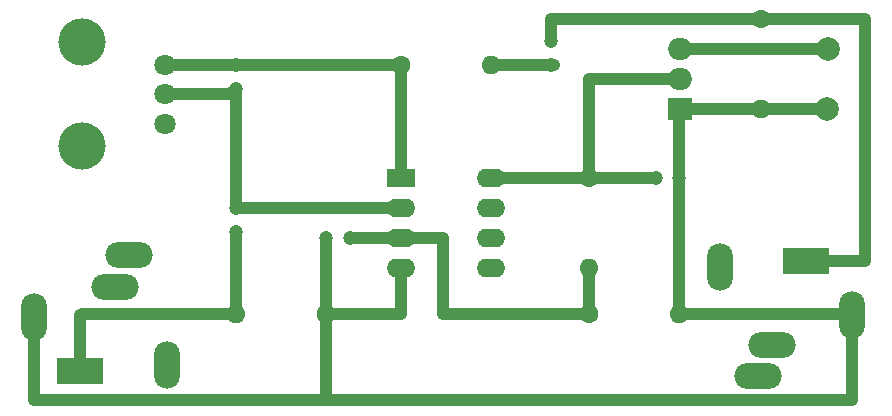
<source format=gbr>
G04 #@! TF.GenerationSoftware,KiCad,Pcbnew,5.0.1-33cea8e~68~ubuntu18.04.1*
G04 #@! TF.CreationDate,2018-10-29T17:11:49+01:00*
G04 #@! TF.ProjectId,micpreamp,6D6963707265616D702E6B696361645F,rev?*
G04 #@! TF.SameCoordinates,PX3072580PY9157080*
G04 #@! TF.FileFunction,Copper,L2,Bot,Signal*
G04 #@! TF.FilePolarity,Positive*
%FSLAX46Y46*%
G04 Gerber Fmt 4.6, Leading zero omitted, Abs format (unit mm)*
G04 Created by KiCad (PCBNEW 5.0.1-33cea8e~68~ubuntu18.04.1) date Mon 29 Oct 2018 05:11:49 PM CET*
%MOMM*%
%LPD*%
G01*
G04 APERTURE LIST*
G04 #@! TA.AperFunction,ComponentPad*
%ADD10O,2.200000X4.000000*%
G04 #@! TD*
G04 #@! TA.AperFunction,ComponentPad*
%ADD11O,4.000000X2.200000*%
G04 #@! TD*
G04 #@! TA.AperFunction,ComponentPad*
%ADD12R,4.000000X2.200000*%
G04 #@! TD*
G04 #@! TA.AperFunction,ComponentPad*
%ADD13C,1.800000*%
G04 #@! TD*
G04 #@! TA.AperFunction,WasherPad*
%ADD14C,4.000000*%
G04 #@! TD*
G04 #@! TA.AperFunction,ComponentPad*
%ADD15C,1.200000*%
G04 #@! TD*
G04 #@! TA.AperFunction,ComponentPad*
%ADD16C,2.000000*%
G04 #@! TD*
G04 #@! TA.AperFunction,ComponentPad*
%ADD17O,1.600000X1.600000*%
G04 #@! TD*
G04 #@! TA.AperFunction,ComponentPad*
%ADD18C,1.600000*%
G04 #@! TD*
G04 #@! TA.AperFunction,ComponentPad*
%ADD19R,2.000000X1.905000*%
G04 #@! TD*
G04 #@! TA.AperFunction,ComponentPad*
%ADD20O,2.000000X1.905000*%
G04 #@! TD*
G04 #@! TA.AperFunction,ComponentPad*
%ADD21R,2.400000X1.600000*%
G04 #@! TD*
G04 #@! TA.AperFunction,ComponentPad*
%ADD22O,2.400000X1.600000*%
G04 #@! TD*
G04 #@! TA.AperFunction,Conductor*
%ADD23C,1.000000*%
G04 #@! TD*
G04 APERTURE END LIST*
D10*
G04 #@! TO.P,J2,S*
G04 #@! TO.N,GND*
X71464000Y8036500D03*
D11*
G04 #@! TO.P,J2,R*
G04 #@! TO.N,Net-(J2-PadR)*
X63464000Y2836500D03*
G04 #@! TO.P,J2,RN*
G04 #@! TO.N,Net-(J2-PadRN)*
X64664000Y5536500D03*
D10*
G04 #@! TO.P,J2,TN*
G04 #@! TO.N,Net-(J2-PadTN)*
X60264000Y12136500D03*
D12*
G04 #@! TO.P,J2,T*
G04 #@! TO.N,Net-(C5-Pad2)*
X67564000Y12636500D03*
G04 #@! TD*
G04 #@! TO.P,J1,T*
G04 #@! TO.N,Net-(C2-Pad2)*
X6096000Y3302000D03*
D10*
G04 #@! TO.P,J1,TN*
G04 #@! TO.N,Net-(J1-PadTN)*
X13396000Y3802000D03*
D11*
G04 #@! TO.P,J1,RN*
G04 #@! TO.N,Net-(J1-PadRN)*
X8996000Y10402000D03*
G04 #@! TO.P,J1,R*
G04 #@! TO.N,Net-(J1-PadR)*
X10196000Y13102000D03*
D10*
G04 #@! TO.P,J1,S*
G04 #@! TO.N,GND*
X2196000Y7902000D03*
G04 #@! TD*
D13*
G04 #@! TO.P,RV1,3*
G04 #@! TO.N,Net-(RV1-Pad3)*
X13271500Y24210000D03*
G04 #@! TO.P,RV1,2*
G04 #@! TO.N,Net-(C2-Pad1)*
X13271500Y26710000D03*
G04 #@! TO.P,RV1,1*
G04 #@! TO.N,Net-(C4-Pad1)*
X13271500Y29210000D03*
D14*
G04 #@! TO.P,RV1,*
G04 #@! TO.N,*
X6271500Y22310000D03*
X6271500Y31110000D03*
G04 #@! TD*
D15*
G04 #@! TO.P,C3,2*
G04 #@! TO.N,Net-(C3-Pad2)*
X28924000Y14541500D03*
G04 #@! TO.P,C3,1*
G04 #@! TO.N,GND*
X26924000Y14541500D03*
G04 #@! TD*
G04 #@! TO.P,C4,1*
G04 #@! TO.N,Net-(C4-Pad1)*
X19304000Y29210000D03*
G04 #@! TO.P,C4,2*
G04 #@! TO.N,Net-(C2-Pad1)*
X19304000Y27210000D03*
G04 #@! TD*
G04 #@! TO.P,C1,1*
G04 #@! TO.N,Net-(C1-Pad1)*
X54800500Y19621500D03*
G04 #@! TO.P,C1,2*
G04 #@! TO.N,GND*
X56800500Y19621500D03*
G04 #@! TD*
G04 #@! TO.P,C2,2*
G04 #@! TO.N,Net-(C2-Pad2)*
X19304000Y15081500D03*
G04 #@! TO.P,C2,1*
G04 #@! TO.N,Net-(C2-Pad1)*
X19304000Y17081500D03*
G04 #@! TD*
G04 #@! TO.P,C5,1*
G04 #@! TO.N,Net-(C5-Pad1)*
X45910500Y29210000D03*
G04 #@! TO.P,C5,2*
G04 #@! TO.N,Net-(C5-Pad2)*
X45910500Y31210000D03*
G04 #@! TD*
D16*
G04 #@! TO.P,J3,1*
G04 #@! TO.N,Net-(J3-Pad1)*
X69405500Y30543500D03*
G04 #@! TD*
G04 #@! TO.P,J4,1*
G04 #@! TO.N,GND*
X69342000Y25463500D03*
G04 #@! TD*
D17*
G04 #@! TO.P,R1,2*
G04 #@! TO.N,Net-(C2-Pad2)*
X19304000Y8128000D03*
D18*
G04 #@! TO.P,R1,1*
G04 #@! TO.N,GND*
X26924000Y8128000D03*
G04 #@! TD*
D17*
G04 #@! TO.P,R2,2*
G04 #@! TO.N,Net-(C3-Pad2)*
X49149000Y12001500D03*
D18*
G04 #@! TO.P,R2,1*
G04 #@! TO.N,Net-(C1-Pad1)*
X49149000Y19621500D03*
G04 #@! TD*
G04 #@! TO.P,R3,1*
G04 #@! TO.N,Net-(C3-Pad2)*
X49149000Y8128000D03*
D17*
G04 #@! TO.P,R3,2*
G04 #@! TO.N,GND*
X56769000Y8128000D03*
G04 #@! TD*
D18*
G04 #@! TO.P,R4,1*
G04 #@! TO.N,Net-(C4-Pad1)*
X33210500Y29210000D03*
D17*
G04 #@! TO.P,R4,2*
G04 #@! TO.N,Net-(C5-Pad1)*
X40830500Y29210000D03*
G04 #@! TD*
D18*
G04 #@! TO.P,R5,1*
G04 #@! TO.N,Net-(C5-Pad2)*
X63690500Y33083500D03*
D17*
G04 #@! TO.P,R5,2*
G04 #@! TO.N,GND*
X63690500Y25463500D03*
G04 #@! TD*
D19*
G04 #@! TO.P,U1,1*
G04 #@! TO.N,GND*
X56832500Y25463500D03*
D20*
G04 #@! TO.P,U1,2*
G04 #@! TO.N,Net-(C1-Pad1)*
X56832500Y28003500D03*
G04 #@! TO.P,U1,3*
G04 #@! TO.N,Net-(J3-Pad1)*
X56832500Y30543500D03*
G04 #@! TD*
D21*
G04 #@! TO.P,U2,1*
G04 #@! TO.N,Net-(C4-Pad1)*
X33210500Y19621500D03*
D22*
G04 #@! TO.P,U2,5*
G04 #@! TO.N,N/C*
X40830500Y12001500D03*
G04 #@! TO.P,U2,2*
G04 #@! TO.N,Net-(C2-Pad1)*
X33210500Y17081500D03*
G04 #@! TO.P,U2,6*
G04 #@! TO.N,N/C*
X40830500Y14541500D03*
G04 #@! TO.P,U2,3*
G04 #@! TO.N,Net-(C3-Pad2)*
X33210500Y14541500D03*
G04 #@! TO.P,U2,7*
G04 #@! TO.N,N/C*
X40830500Y17081500D03*
G04 #@! TO.P,U2,4*
G04 #@! TO.N,GND*
X33210500Y12001500D03*
G04 #@! TO.P,U2,8*
G04 #@! TO.N,Net-(C1-Pad1)*
X40830500Y19621500D03*
G04 #@! TD*
D23*
G04 #@! TO.N,Net-(C1-Pad1)*
X40830500Y19621500D02*
X49149000Y19621500D01*
X54800500Y19621500D02*
X52324000Y19621500D01*
X49149000Y19621500D02*
X52324000Y19621500D01*
X49149000Y28003500D02*
X49149000Y19621500D01*
X56832500Y28003500D02*
X49149000Y28003500D01*
G04 #@! TO.N,GND*
X26924000Y6996630D02*
X26924000Y825500D01*
X26924000Y8128000D02*
X26924000Y6996630D01*
X26924000Y8128000D02*
X26924000Y12128500D01*
X26924000Y12128500D02*
X26924000Y14541500D01*
X71372500Y8128000D02*
X71464000Y8036500D01*
X56769000Y8128000D02*
X71372500Y8128000D01*
X56769000Y19590000D02*
X56800500Y19621500D01*
X56769000Y8128000D02*
X56769000Y19590000D01*
X56800500Y25431500D02*
X56832500Y25463500D01*
X56800500Y19621500D02*
X56800500Y25431500D01*
X56832500Y25463500D02*
X63690500Y25463500D01*
X63690500Y25463500D02*
X69342000Y25463500D01*
X33210500Y12001500D02*
X33210500Y8128000D01*
X28055370Y8128000D02*
X26924000Y8128000D01*
X33210500Y8128000D02*
X28055370Y8128000D01*
X71464000Y852000D02*
X71464000Y4471500D01*
X71464000Y4471500D02*
X71464000Y8036500D01*
X26924000Y825500D02*
X71437500Y825500D01*
X71437500Y825500D02*
X71464000Y852000D01*
X2196000Y852000D02*
X2196000Y7902000D01*
X26924000Y825500D02*
X2222500Y825500D01*
X2222500Y825500D02*
X2196000Y852000D01*
G04 #@! TO.N,Net-(C2-Pad2)*
X6223000Y8128000D02*
X19304000Y8128000D01*
X6096000Y3302000D02*
X6096000Y8001000D01*
X6096000Y8001000D02*
X6223000Y8128000D01*
X19304000Y8128000D02*
X19304000Y15081500D01*
G04 #@! TO.N,Net-(C2-Pad1)*
X18804000Y26710000D02*
X19304000Y27210000D01*
X13271500Y26710000D02*
X18804000Y26710000D01*
X19304000Y17930028D02*
X19304000Y27210000D01*
X19304000Y17081500D02*
X19304000Y17930028D01*
X20152528Y17081500D02*
X33210500Y17081500D01*
X19304000Y17081500D02*
X20152528Y17081500D01*
G04 #@! TO.N,Net-(C3-Pad2)*
X28924000Y14541500D02*
X33210500Y14541500D01*
X49149000Y12001500D02*
X49149000Y8128000D01*
X35410500Y14541500D02*
X33210500Y14541500D01*
X36766500Y14541500D02*
X35410500Y14541500D01*
X49149000Y8128000D02*
X36766500Y8128000D01*
X36766500Y8128000D02*
X36766500Y14541500D01*
G04 #@! TO.N,Net-(C4-Pad1)*
X33210500Y19621500D02*
X33210500Y29210000D01*
X33210500Y29210000D02*
X19304000Y29210000D01*
X19304000Y29210000D02*
X13271500Y29210000D01*
G04 #@! TO.N,Net-(C5-Pad1)*
X46133000Y29210000D02*
X46164500Y29178500D01*
X40830500Y29210000D02*
X45910500Y29210000D01*
G04 #@! TO.N,Net-(C5-Pad2)*
X72517000Y33083500D02*
X63690500Y33083500D01*
X67564000Y12636500D02*
X72517000Y12636500D01*
X72517000Y12636500D02*
X72517000Y33083500D01*
X45910500Y33020000D02*
X45910500Y31210000D01*
X63690500Y33083500D02*
X45974000Y33083500D01*
X45974000Y33083500D02*
X45910500Y33020000D01*
G04 #@! TO.N,Net-(J3-Pad1)*
X58832500Y30543500D02*
X69405500Y30543500D01*
X56832500Y30543500D02*
X58832500Y30543500D01*
G04 #@! TD*
M02*

</source>
